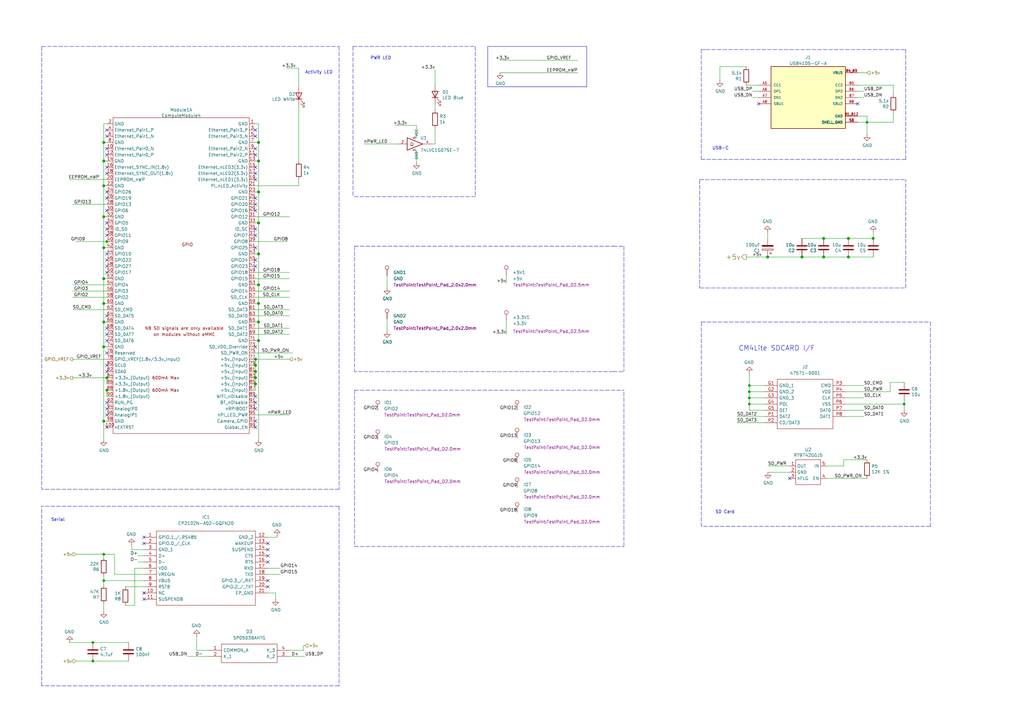
<source format=kicad_sch>
(kicad_sch (version 20211123) (generator eeschema)
  (paper "A3")
  (title_block (title "MinCab v3") (date "2021-11-07") (company "Uptime Lab") (comment 2 "Ivan Kuleshov"))
  (junction (at 104.775 152.4) (diameter 1.016))
  (junction (at 42.545 238.125))
  (junction (at 106.045 124.46) (diameter 1.016))
  (junction (at 42.545 88.9) (diameter 1.016))
  (junction (at 337.82 97.79) (diameter 1.016))
  (junction (at 355.6 50.165) (diameter 0.9144))
  (junction (at 42.545 58.42) (diameter 1.016))
  (junction (at 106.045 78.74) (diameter 1.016))
  (junction (at 42.545 124.46) (diameter 1.016))
  (junction (at 42.545 114.3) (diameter 1.016))
  (junction (at 106.045 66.04) (diameter 1.016))
  (junction (at 43.815 99.06))
  (junction (at 42.545 101.6) (diameter 1.016))
  (junction (at 43.815 154.94) (diameter 1.016))
  (junction (at 104.775 157.48) (diameter 1.016))
  (junction (at 370.84 165.735))
  (junction (at 328.93 105.41) (diameter 1.016))
  (junction (at 337.82 105.41) (diameter 1.016))
  (junction (at 43.815 160.02) (diameter 1.016))
  (junction (at 104.775 149.86) (diameter 1.016))
  (junction (at 42.545 142.24) (diameter 1.016))
  (junction (at 106.045 132.08) (diameter 1.016))
  (junction (at 307.34 158.115) (diameter 0.9144))
  (junction (at 38.1 271.145))
  (junction (at 358.14 97.79) (diameter 1.016))
  (junction (at 347.98 105.41) (diameter 1.016))
  (junction (at 42.545 172.72) (diameter 1.016))
  (junction (at 106.045 104.14) (diameter 1.016))
  (junction (at 307.34 165.735))
  (junction (at 104.775 147.32) (diameter 1.016))
  (junction (at 314.833 105.41) (diameter 1.016))
  (junction (at 106.045 91.44) (diameter 1.016))
  (junction (at 106.045 58.42) (diameter 1.016))
  (junction (at 104.775 154.94) (diameter 1.016))
  (junction (at 42.545 66.04) (diameter 1.016))
  (junction (at 347.98 97.79) (diameter 1.016))
  (junction (at 307.34 163.195))
  (junction (at 307.34 160.655) (diameter 0.9144))
  (junction (at 106.045 116.84) (diameter 1.016))
  (junction (at 106.045 139.7) (diameter 1.016))
  (junction (at 42.545 76.2) (diameter 1.016))
  (junction (at 42.545 227.33))
  (junction (at 42.545 132.08) (diameter 1.016))
  (junction (at 38.1 263.525))
  (no_connect (at 109.855 230.505))
  (no_connect (at 104.775 73.66))
  (no_connect (at 109.855 240.665))
  (no_connect (at 43.815 129.54))
  (no_connect (at 351.79 42.545))
  (no_connect (at 311.15 42.545))
  (no_connect (at 43.815 139.7))
  (no_connect (at 43.815 137.16))
  (no_connect (at 43.815 78.74))
  (no_connect (at 43.815 81.28))
  (no_connect (at 43.815 86.36))
  (no_connect (at 43.815 91.44))
  (no_connect (at 43.815 93.98))
  (no_connect (at 43.815 96.52))
  (no_connect (at 43.815 104.14))
  (no_connect (at 43.815 106.68))
  (no_connect (at 43.815 109.22))
  (no_connect (at 43.815 111.76))
  (no_connect (at 43.815 144.78))
  (no_connect (at 43.815 149.86))
  (no_connect (at 43.815 152.4))
  (no_connect (at 43.815 165.1))
  (no_connect (at 43.815 167.64))
  (no_connect (at 43.815 170.18))
  (no_connect (at 43.815 175.26))
  (no_connect (at 104.775 175.26))
  (no_connect (at 109.855 222.885))
  (no_connect (at 59.055 222.885))
  (no_connect (at 59.055 243.205))
  (no_connect (at 104.775 142.24))
  (no_connect (at 43.815 53.34))
  (no_connect (at 43.815 55.88))
  (no_connect (at 43.815 60.96))
  (no_connect (at 43.815 63.5))
  (no_connect (at 104.775 53.34))
  (no_connect (at 104.775 55.88))
  (no_connect (at 104.775 60.96))
  (no_connect (at 104.775 63.5))
  (no_connect (at 43.815 134.62))
  (no_connect (at 104.775 81.28))
  (no_connect (at 104.775 83.82))
  (no_connect (at 104.775 86.36))
  (no_connect (at 104.775 93.98))
  (no_connect (at 104.775 96.52))
  (no_connect (at 104.775 101.6))
  (no_connect (at 104.775 106.68))
  (no_connect (at 104.775 109.22))
  (no_connect (at 59.055 245.745))
  (no_connect (at 109.855 225.425))
  (no_connect (at 104.775 172.72))
  (no_connect (at 109.855 227.965))
  (no_connect (at 104.775 68.58))
  (no_connect (at 104.775 71.12))
  (no_connect (at 43.815 68.58))
  (no_connect (at 43.815 71.12))
  (no_connect (at 109.855 238.125))
  (no_connect (at 104.775 162.56))
  (no_connect (at 104.775 165.1))
  (no_connect (at 104.775 167.64))
  (no_connect (at 59.055 220.345))
  (no_connect (at 323.85 196.215))
  (wire (pts (xy 106.045 132.08) (xy 106.045 139.7)))
  (wire (pts (xy 113.03 243.205) (xy 113.03 245.745)))
  (wire (pts (xy 346.075 191.135) (xy 339.09 191.135)))
  (wire (pts (xy 56.515 227.965) (xy 59.055 227.965)))
  (wire (pts (xy 178.435 59.055) (xy 177.165 59.055)))
  (wire (pts (xy 42.545 124.46) (xy 42.545 132.08)))
  (wire (pts (xy 43.815 99.06) (xy 45.085 99.06)))
  (wire (pts (xy 118.745 269.24) (xy 125.095 269.24)))
  (wire (pts (xy 307.34 160.655) (xy 307.34 158.115)))
  (wire (pts (xy 43.815 162.56) (xy 43.815 160.02)))
  (wire (pts (xy 178.435 52.705) (xy 178.435 59.055)))
  (wire (pts (xy 42.545 88.9) (xy 42.545 101.6)))
  (wire (pts (xy 104.775 147.32) (xy 118.745 147.32)))
  (wire (pts (xy 29.845 119.38) (xy 43.815 119.38)))
  (polyline (pts (xy 145.415 100.965) (xy 145.415 152.4)))
  (polyline (pts (xy 145.415 100.965) (xy 251.46 100.965)))
  (polyline (pts (xy 251.46 152.4) (xy 145.415 152.4)))
  (polyline (pts (xy 255.905 100.965) (xy 255.905 152.4)))
  (wire (pts (xy 106.045 50.8) (xy 106.045 58.42)))
  (wire (pts (xy 106.045 66.04) (xy 106.045 78.74)))
  (wire (pts (xy 106.045 139.7) (xy 106.045 180.34)))
  (wire (pts (xy 328.93 97.79) (xy 337.82 97.79)))
  (polyline (pts (xy 201.295 19.05) (xy 240.665 19.05)) (stroke (width 0) (type solid)))
  (wire (pts (xy 29.845 147.32) (xy 43.815 147.32)))
  (wire (pts (xy 43.815 172.72) (xy 42.545 172.72)))
  (polyline (pts (xy 200.025 35.56) (xy 200.025 19.05)) (stroke (width 0) (type solid)))
  (wire (pts (xy 46.99 235.585) (xy 59.055 235.585)))
  (wire (pts (xy 346.71 170.815) (xy 354.33 170.815)))
  (wire (pts (xy 158.75 113.03) (xy 158.75 118.11)))
  (wire (pts (xy 104.775 66.04) (xy 106.045 66.04)))
  (wire (pts (xy 158.75 130.81) (xy 158.75 135.89)))
  (wire (pts (xy 339.09 196.215) (xy 355.6 196.215)))
  (wire (pts (xy 46.99 227.33) (xy 42.545 227.33)))
  (wire (pts (xy 104.775 58.42) (xy 106.045 58.42)))
  (polyline (pts (xy 381.635 215.9) (xy 287.655 215.9)))
  (wire (pts (xy 308.61 40.005) (xy 311.15 40.005)))
  (wire (pts (xy 351.79 47.625) (xy 355.6 47.625)))
  (wire (pts (xy 355.6 47.625) (xy 355.6 50.165)))
  (wire (pts (xy 355.6 50.165) (xy 355.6 55.245)))
  (wire (pts (xy 56.515 230.505) (xy 59.055 230.505)))
  (polyline (pts (xy 251.46 100.965) (xy 255.905 100.965)))
  (wire (pts (xy 149.225 59.055) (xy 163.195 59.055)))
  (wire (pts (xy 104.775 50.8) (xy 106.045 50.8)))
  (wire (pts (xy 104.775 129.54) (xy 118.745 129.54)))
  (wire (pts (xy 59.055 225.425) (xy 53.975 225.425)))
  (wire (pts (xy 104.775 170.18) (xy 118.745 170.18)))
  (wire (pts (xy 347.98 97.79) (xy 358.14 97.79)))
  (wire (pts (xy 351.79 40.005) (xy 354.33 40.005)))
  (wire (pts (xy 109.855 220.345) (xy 113.665 220.345)))
  (wire (pts (xy 295.275 27.305) (xy 306.07 27.305)))
  (polyline (pts (xy 201.295 19.05) (xy 200.025 19.05)) (stroke (width 0) (type solid)))
  (polyline (pts (xy 145.415 160.02) (xy 145.415 224.155)))
  (polyline (pts (xy 145.415 160.02) (xy 255.905 160.02)))
  (polyline (pts (xy 145.415 224.155) (xy 255.905 224.155)))
  (polyline (pts (xy 255.905 224.155) (xy 255.905 160.02)))
  (polyline (pts (xy 139.065 207.645) (xy 139.065 281.305)))
  (polyline (pts (xy 381.635 132.08) (xy 381.635 215.9)))
  (wire (pts (xy 43.815 50.8) (xy 42.545 50.8)))
  (wire (pts (xy 106.045 124.46) (xy 106.045 132.08)))
  (wire (pts (xy 366.395 46.355) (xy 366.395 50.165)))
  (wire (pts (xy 337.82 105.41) (xy 328.93 105.41)))
  (wire (pts (xy 104.775 147.32) (xy 104.775 149.86)))
  (wire (pts (xy 31.115 99.06) (xy 43.815 99.06)))
  (wire (pts (xy 104.775 154.94) (xy 104.775 157.48)))
  (wire (pts (xy 42.545 101.6) (xy 43.815 101.6)))
  (wire (pts (xy 42.545 238.125) (xy 59.055 238.125)))
  (wire (pts (xy 370.84 164.465) (xy 370.84 165.735)))
  (wire (pts (xy 370.84 165.735) (xy 370.84 168.275)))
  (wire (pts (xy 104.775 91.44) (xy 106.045 91.44)))
  (wire (pts (xy 337.82 97.79) (xy 347.98 97.79)))
  (wire (pts (xy 306.07 34.925) (xy 311.15 34.925)))
  (wire (pts (xy 307.34 168.275) (xy 307.34 165.735)))
  (wire (pts (xy 313.69 168.275) (xy 307.34 168.275)))
  (wire (pts (xy 346.71 158.115) (xy 354.33 158.115)))
  (wire (pts (xy 42.545 76.2) (xy 42.545 88.9)))
  (wire (pts (xy 104.775 137.16) (xy 118.745 137.16)))
  (wire (pts (xy 170.815 61.595) (xy 170.815 66.675)))
  (wire (pts (xy 42.545 142.24) (xy 43.815 142.24)))
  (wire (pts (xy 104.775 149.86) (xy 104.775 152.4)))
  (wire (pts (xy 307.34 158.115) (xy 307.34 153.035)))
  (wire (pts (xy 42.545 236.22) (xy 42.545 238.125)))
  (wire (pts (xy 53.975 225.425) (xy 53.975 223.52)))
  (wire (pts (xy 106.045 104.14) (xy 106.045 116.84)))
  (wire (pts (xy 351.79 29.845) (xy 355.6 29.845)))
  (wire (pts (xy 46.99 235.585) (xy 46.99 227.33)))
  (wire (pts (xy 104.775 116.84) (xy 106.045 116.84)))
  (wire (pts (xy 42.545 101.6) (xy 42.545 114.3)))
  (wire (pts (xy 170.815 51.435) (xy 161.925 51.435)))
  (wire (pts (xy 328.93 105.41) (xy 314.833 105.41)))
  (wire (pts (xy 365.125 156.845) (xy 365.125 160.655)))
  (wire (pts (xy 370.84 156.845) (xy 365.125 156.845)))
  (wire (pts (xy 346.075 188.595) (xy 346.075 191.135)))
  (wire (pts (xy 178.435 28.575) (xy 178.435 34.925)))
  (wire (pts (xy 42.545 114.3) (xy 42.545 124.46)))
  (wire (pts (xy 205.105 29.845) (xy 236.855 29.845)))
  (wire (pts (xy 106.045 91.44) (xy 106.045 104.14)))
  (wire (pts (xy 122.555 76.2) (xy 122.555 73.66)))
  (wire (pts (xy 122.555 43.18) (xy 122.555 66.04)))
  (wire (pts (xy 38.1 271.145) (xy 52.705 271.145)))
  (wire (pts (xy 314.833 97.79) (xy 314.833 95.25)))
  (wire (pts (xy 104.775 99.06) (xy 118.11 99.06)))
  (wire (pts (xy 106.045 78.74) (xy 106.045 91.44)))
  (wire (pts (xy 43.815 66.04) (xy 42.545 66.04)))
  (wire (pts (xy 104.775 88.9) (xy 118.745 88.9)))
  (wire (pts (xy 207.645 113.03) (xy 207.645 116.205)))
  (wire (pts (xy 29.845 83.82) (xy 43.815 83.82)))
  (wire (pts (xy 295.275 27.305) (xy 295.275 33.02)))
  (wire (pts (xy 42.545 172.72) (xy 42.545 180.34)))
  (polyline (pts (xy 287.655 132.08) (xy 381.635 132.08)))
  (wire (pts (xy 80.645 266.7) (xy 85.725 266.7)))
  (wire (pts (xy 109.855 243.205) (xy 113.03 243.205)))
  (wire (pts (xy 28.575 263.525) (xy 38.1 263.525)))
  (wire (pts (xy 42.545 114.3) (xy 43.815 114.3)))
  (wire (pts (xy 118.745 134.62) (xy 104.775 134.62)))
  (wire (pts (xy 104.775 114.3) (xy 118.745 114.3)))
  (wire (pts (xy 104.775 144.78) (xy 120.015 144.78)))
  (wire (pts (xy 117.475 27.94) (xy 122.555 27.94)))
  (wire (pts (xy 42.545 227.33) (xy 42.545 228.6)))
  (wire (pts (xy 43.815 58.42) (xy 42.545 58.42)))
  (wire (pts (xy 59.055 233.045) (xy 55.245 233.045)))
  (wire (pts (xy 346.71 165.735) (xy 370.84 165.735)))
  (wire (pts (xy 38.1 263.525) (xy 52.705 263.525)))
  (polyline (pts (xy 287.655 132.08) (xy 287.655 215.9)))
  (wire (pts (xy 346.71 163.195) (xy 354.33 163.195)))
  (wire (pts (xy 302.26 173.355) (xy 313.69 173.355)))
  (wire (pts (xy 42.545 124.46) (xy 43.815 124.46)))
  (wire (pts (xy 308.61 37.465) (xy 311.15 37.465)))
  (wire (pts (xy 42.545 132.08) (xy 42.545 142.24)))
  (wire (pts (xy 29.845 154.94) (xy 43.815 154.94)))
  (polyline (pts (xy 200.025 35.56) (xy 201.295 35.56)) (stroke (width 0) (type solid)))
  (wire (pts (xy 42.545 132.08) (xy 43.815 132.08)))
  (polyline (pts (xy 17.145 281.305) (xy 17.145 207.645)))
  (wire (pts (xy 31.115 271.145) (xy 38.1 271.145)))
  (wire (pts (xy 323.85 193.675) (xy 314.96 193.675)))
  (wire (pts (xy 42.545 142.24) (xy 42.545 172.72)))
  (polyline (pts (xy 139.065 207.645) (xy 17.145 207.645)))
  (wire (pts (xy 170.815 56.515) (xy 170.815 51.435)))
  (wire (pts (xy 29.845 121.92) (xy 43.815 121.92)))
  (wire (pts (xy 178.435 42.545) (xy 178.435 45.085)))
  (wire (pts (xy 346.71 160.655) (xy 365.125 160.655)))
  (wire (pts (xy 302.26 170.815) (xy 313.69 170.815)))
  (wire (pts (xy 106.045 58.42) (xy 106.045 66.04)))
  (wire (pts (xy 51.435 248.285) (xy 55.245 248.285)))
  (polyline (pts (xy 287.655 20.32) (xy 289.56 20.32)))
  (polyline (pts (xy 287.655 65.405) (xy 287.655 20.32)))
  (polyline (pts (xy 289.56 20.32) (xy 371.475 20.32)))
  (polyline (pts (xy 371.475 20.32) (xy 371.475 65.405)))
  (polyline (pts (xy 371.475 65.405) (xy 287.655 65.405)))
  (wire (pts (xy 366.395 50.165) (xy 355.6 50.165)))
  (wire (pts (xy 43.815 160.02) (xy 44.069 160.02)))
  (wire (pts (xy 313.69 165.735) (xy 307.34 165.735)))
  (wire (pts (xy 42.545 88.9) (xy 43.815 88.9)))
  (wire (pts (xy 346.075 188.595) (xy 355.6 188.595)))
  (wire (pts (xy 104.775 124.46) (xy 106.045 124.46)))
  (wire (pts (xy 31.115 227.33) (xy 42.545 227.33)))
  (wire (pts (xy 42.545 66.04) (xy 42.545 76.2)))
  (wire (pts (xy 358.14 97.79) (xy 358.14 95.25)))
  (wire (pts (xy 118.745 121.92) (xy 104.775 121.92)))
  (wire (pts (xy 118.745 266.7) (xy 124.46 266.7)))
  (wire (pts (xy 29.845 116.84) (xy 43.815 116.84)))
  (wire (pts (xy 42.545 58.42) (xy 42.545 66.04)))
  (wire (pts (xy 307.34 158.115) (xy 313.69 158.115)))
  (wire (pts (xy 124.46 264.795) (xy 125.095 264.795)))
  (wire (pts (xy 109.855 235.585) (xy 114.935 235.585)))
  (wire (pts (xy 42.545 238.125) (xy 42.545 240.03)))
  (wire (pts (xy 29.845 127) (xy 43.815 127)))
  (polyline (pts (xy 240.665 19.05) (xy 240.665 35.56)) (stroke (width 0) (type solid)))
  (wire (pts (xy 113.665 220.345) (xy 113.665 219.71)))
  (wire (pts (xy 205.105 24.765) (xy 236.855 24.765)))
  (wire (pts (xy 207.645 131.445) (xy 207.645 137.16)))
  (wire (pts (xy 104.775 152.4) (xy 104.775 154.94)))
  (wire (pts (xy 118.745 127) (xy 104.775 127)))
  (polyline (pts (xy 240.665 35.56) (xy 201.295 35.56)) (stroke (width 0) (type solid)))
  (wire (pts (xy 80.645 260.985) (xy 80.645 266.7)))
  (polyline (pts (xy 144.78 19.05) (xy 144.78 80.645)))
  (polyline (pts (xy 144.78 19.05) (xy 194.945 19.05)))
  (polyline (pts (xy 194.945 19.05) (xy 194.945 80.645)))
  (polyline (pts (xy 194.945 80.645) (xy 144.78 80.645)))
  (wire (pts (xy 313.69 160.655) (xy 307.34 160.655)))
  (wire (pts (xy 313.69 163.195) (xy 307.34 163.195)))
  (wire (pts (xy 104.775 104.14) (xy 106.045 104.14)))
  (polyline (pts (xy 251.46 152.4) (xy 255.905 152.4)))
  (wire (pts (xy 347.98 105.41) (xy 337.82 105.41)))
  (wire (pts (xy 307.34 160.655) (xy 307.34 163.195)))
  (wire (pts (xy 307.34 163.195) (xy 307.34 165.735)))
  (wire (pts (xy 351.79 50.165) (xy 355.6 50.165)))
  (wire (pts (xy 104.775 78.74) (xy 106.045 78.74)))
  (wire (pts (xy 323.85 191.135) (xy 314.96 191.135)))
  (wire (pts (xy 42.545 247.65) (xy 42.545 250.825)))
  (wire (pts (xy 104.775 111.76) (xy 118.745 111.76)))
  (wire (pts (xy 76.835 269.24) (xy 85.725 269.24)))
  (polyline (pts (xy 287.02 73.66) (xy 287.02 118.11)))
  (polyline (pts (xy 287.02 73.66) (xy 371.475 73.66)))
  (polyline (pts (xy 287.02 118.11) (xy 371.475 118.11)))
  (polyline (pts (xy 371.475 118.11) (xy 371.475 73.66)))
  (wire (pts (xy 42.545 76.2) (xy 43.815 76.2)))
  (wire (pts (xy 366.395 34.925) (xy 366.395 38.735)))
  (wire (pts (xy 55.245 233.045) (xy 55.245 248.285)))
  (wire (pts (xy 42.545 50.8) (xy 42.545 58.42)))
  (wire (pts (xy 351.79 34.925) (xy 366.395 34.925)))
  (wire (pts (xy 314.833 105.41) (xy 306.07 105.41)))
  (polyline (pts (xy 139.065 281.305) (xy 17.145 281.305)))
  (wire (pts (xy 122.555 27.94) (xy 122.555 35.56)))
  (polyline (pts (xy 17.145 19.05) (xy 17.145 200.66)))
  (polyline (pts (xy 17.145 19.05) (xy 139.065 19.05)))
  (polyline (pts (xy 139.065 19.05) (xy 139.065 200.66)))
  (polyline (pts (xy 139.065 200.66) (xy 17.145 200.66)))
  (wire (pts (xy 104.775 139.7) (xy 106.045 139.7)))
  (wire (pts (xy 28.575 73.66) (xy 43.815 73.66)))
  (wire (pts (xy 104.775 157.48) (xy 104.775 160.02)))
  (wire (pts (xy 124.46 266.7) (xy 124.46 264.795)))
  (wire (pts (xy 106.045 116.84) (xy 106.045 124.46)))
  (wire (pts (xy 104.775 132.08) (xy 106.045 132.08)))
  (wire (pts (xy 109.855 233.045) (xy 114.935 233.045)))
  (wire (pts (xy 104.775 76.2) (xy 122.555 76.2)))
  (wire (pts (xy 43.815 157.48) (xy 43.815 154.94)))
  (wire (pts (xy 351.79 37.465) (xy 354.33 37.465)))
  (wire (pts (xy 51.435 240.665) (xy 59.055 240.665)))
  (wire (pts (xy 358.14 105.41) (xy 347.98 105.41)))
  (wire (pts (xy 346.71 168.275) (xy 354.33 168.275)))
  (wire (pts (xy 104.775 119.38) (xy 118.745 119.38)))
  (text "SD Card" (at 293.37 210.82 0) (effects (font (size 1.27 1.27)) (justify left bottom)))
  (text "CM4Lite SDCARD I/F" (at 302.895 144.145 0) (effects (font (size 2.007 2.007)) (justify left bottom)))
  (text "Serial" (at 20.955 213.995 0) (effects (font (size 1.27 1.27)) (justify left bottom)))
  (text "Activity LED" (at 125.095 30.48 0) (effects (font (size 1.27 1.27)) (justify left bottom)))
  (text "USB-C" (at 292.1 61.595 0) (effects (font (size 1.27 1.27)) (justify left bottom)))
  (text "PWR LED" (at 151.892 24.638 0) (effects (font (size 1.27 1.27)) (justify left bottom)))
  (label "GPIO4" (at 36.195 116.84 180))
  (label "SD_CLK" (at 354.33 163.195 0))
  (label "+3.3v" (at 208.915 24.765 180))
  (label "+5v" (at 116.205 147.32 180))
  (label "USB_DN" (at 308.61 40.005 180))
  (label "GPIO2" (at 36.195 121.92 180))
  (label "GPIO_VREF" (at 31.369 147.32 0))
  (label "GPIO9" (at 34.925 99.06 180))
  (label "+3.3v" (at 167.005 51.435 180))
  (label "SD_PWR" (at 354.33 160.655 0))
  (label "SD_DAT3" (at 302.26 173.355 0))
  (label "GPIO12" (at 212.09 168.275 180))
  (label "SD_DAT2" (at 302.26 170.815 0))
  (label "SD_DAT2" (at 116.205 137.16 180))
  (label "+3.3v" (at 355.6 188.595 180))
  (label "SD_DAT0" (at 354.33 168.275 0))
  (label "GPIO_VREF" (at 224.155 24.765 0))
  (label "D+" (at 122.555 269.24 180))
  (label "D-" (at 83.185 269.24 180))
  (label "GPIO12" (at 114.935 88.9 180))
  (label "D+" (at 56.515 227.965 180))
  (label "SD_CLK" (at 114.935 121.92 180))
  (label "SD_CMD" (at 354.33 158.115 0))
  (label "GPIO8" (at 212.09 189.865 180))
  (label "SD_DAT0" (at 116.205 129.54 180))
  (label "USB_DP" (at 308.61 37.465 180))
  (label "nPWR_LED" (at 109.855 170.18 0))
  (label "SD_PWR_ON" (at 342.265 196.215 0))
  (label "USB_DN" (at 354.33 40.005 0))
  (label "SD_DAT3" (at 116.205 127 180))
  (label "GPIO15" (at 114.935 114.3 180))
  (label "GPIO3" (at 154.94 180.34 180))
  (label "GPIO18" (at 212.09 210.185 180))
  (label "D-" (at 56.515 230.505 180))
  (label "USB_DP" (at 125.095 269.24 0))
  (label "+3.3v" (at 37.719 154.94 180))
  (label "GPIO4" (at 154.94 193.675 180))
  (label "USB_DP" (at 354.33 37.465 0))
  (label "GPIO14" (at 114.935 119.38 180))
  (label "SD_DAT1" (at 116.205 134.62 180))
  (label "+5v" (at 312.42 105.41 180))
  (label "SD_DAT1" (at 354.33 170.815 0))
  (label "GPIO15" (at 114.935 235.585 0))
  (label "USB_DN" (at 76.835 269.24 180))
  (label "+3.3v" (at 178.435 28.575 180))
  (label "SD_PWR_ON" (at 107.315 144.78 0))
  (label "GPIO13" (at 212.09 179.705 180))
  (label "+3.3v" (at 121.285 27.94 180))
  (label "GPIO9" (at 212.09 200.025 180))
  (label "+5v" (at 207.645 116.205 180))
  (label "GPIO8" (at 118.11 99.06 180))
  (label "EEPROM_nWP" (at 40.767 73.66 180))
  (label "GPIO14" (at 114.935 233.045 0))
  (label "GPIO18" (at 114.935 111.76 180))
  (label "+3.3v" (at 207.645 137.16 180))
  (label "GPIO2" (at 154.94 168.275 180))
  (label "GPIO13" (at 37.465 83.82 180))
  (label "GPIO3" (at 36.195 119.38 180))
  (label "EEPROM_nWP" (at 236.855 29.845 180))
  (label "nPWR_LED" (at 149.225 59.055 0))
  (label "SD_PWR" (at 314.96 191.135 0))
  (label "SD_CMD" (at 37.465 127 180))
  (hierarchical_label "+5v" (shape output) (at 306.07 105.41 180) (effects (font (size 2.0066 2.0066))))
  (hierarchical_label "+5v" (shape input) (at 31.115 271.145 180))
  (hierarchical_label "+5v" (shape input) (at 118.745 147.32 0))
  (hierarchical_label "+5v" (shape input) (at 125.095 264.795 0))
  (hierarchical_label "GPIO_VREF" (shape output) (at 29.845 147.32 180))
  (hierarchical_label "+5v" (shape input) (at 31.115 227.33 180))
  (hierarchical_label "+5v" (shape input) (at 355.6 29.845 0))
  (hierarchical_label "+3.3v" (shape output) (at 29.845 154.94 180))
  (symbol (lib_id "power:GND") (at 158.75 135.89 0) (unit 1)
    (property "Reference" "#PWR08" (effects hide))
    (property "Value" "GND" (at 158.877 140.2842 0))
  )
  (symbol (lib_id "SamacSys_Parts:CP2102N-A02-GQFN20") (at 59.055 220.345 0) (unit 1)
    (property "Reference" "IC1" (at 84.455 212.09 0))
    (property "Value" "CP2102N-A02-GQFN20" (at 84.455 214.63 0))
    (property "Footprint" "CP2102NA02GQFN20" (effects hide))
    (property "Datasheet" "https://www.silabs.com/documents/public/data-sheets/cp2102n-datasheet.pdf" (effects hide))
    (property "Description" "USB Interface IC USB to UART bridge - QFN20" (effects hide))
    (property "Height" "0.8" (effects hide))
    (property "Mouser Part Number" "634-CP2102NA02GQFN20" (effects hide))
    (property "Mouser Price/Stock" "https://www.mouser.co.uk/ProductDetail/Silicon-Labs/CP2102N-A02-GQFN20?qs=u16ybLDytRaG8WdlP0fT2g%3D%3D" (effects hide))
    (property "Manufacturer_Name" "Silicon Labs" (effects hide))
    (property "Manufacturer_Part_Number" "CP2102N-A02-GQFN20" (effects hide))
  )
  (symbol (lib_id "USB4105-GF-A:USB4105-GF-A") (at 331.47 40.005 0) (unit 1)
    (property "Reference" "J1" (at 331.47 23.495 0))
    (property "Value" "USB4105-GF-A" (at 331.47 26.035 0))
    (property "Footprint" "GCT_USB4105-GF-A" (effects hide))
    (property "STANDARD" "Manufacturer Recommendations" (effects hide))
    (property "MAXIMUM_PACKAGE_HEIGHT" "3.31 mm" (effects hide))
    (property "PARTREV" "A3" (effects hide))
    (property "MANUFACTURER" "GCT" (effects hide))
  )
  (symbol (lib_id "Device:C") (at 370.84 160.655 0) (unit 1)
    (property "Reference" "C6" (at 373.761 159.4866 0) (effects (justify left)))
    (property "Value" "10u" (at 373.761 161.798 0) (effects (justify left)))
    (property "Footprint" "Capacitor_SMD:C_0603_1608Metric_Pad1.08x0.95mm_HandSolder" (effects hide))
    (property "Datasheet" "https://search.murata.co.jp/Ceramy/image/img/A01X/G101/ENG/GRM21BR71A106KA73-01.pdf" (effects hide))
    (property "Field5" "490-14381-1-ND" (effects hide))
    (property "Field4" "Digikey" (effects hide))
    (property "Field6" "GRM21BR71A106KA73L" (effects hide))
    (property "Field7" "Murata" (effects hide))
    (property "Part Description" "	10uF 10% 10V Ceramic Capacitor X7R 0805 (2012 Metric)" (effects hide))
    (property "Field8" "111893011" (effects hide))
  )
  (symbol (lib_id "Connector:TestPoint") (at 212.09 168.275 0) (unit 1)
    (property "Reference" "IO2" (at 214.63 167.005 0) (effects (justify left)))
    (property "Value" "GPIO12" (at 214.63 169.545 0) (effects (justify left)))
    (property "Footprint" "TestPoint:TestPoint_Pad_D2.0mm" (at 230.505 172.085 0))
  )
  (symbol (lib_id "Device:C") (at 347.98 101.6 180) (unit 1)
    (property "Reference" "C4" (at 345.059 102.7684 0) (effects (justify left)))
    (property "Value" "10u" (at 345.059 100.457 0) (effects (justify left)))
    (property "Footprint" "Capacitor_SMD:C_0805_2012Metric" (effects hide))
    (property "Datasheet" "https://search.murata.co.jp/Ceramy/image/img/A01X/G101/ENG/GRM21BR71A106KA73-01.pdf" (effects hide))
    (property "Field5" "490-14381-1-ND" (effects hide))
    (property "Field4" "Digikey" (effects hide))
    (property "Field6" "GRM21BR71A106KA73L" (effects hide))
    (property "Field7" "Murata" (effects hide))
    (property "Part Description" "	10uF 10% 10V Ceramic Capacitor X7R 0805 (2012 Metric)" (effects hide))
    (property "Field8" "111893011" (effects hide))
  )
  (symbol (lib_id "power:GND") (at 113.03 245.745 0) (unit 1)
    (property "Reference" "#PWR016" (effects hide))
    (property "Value" "GND" (at 113.157 250.1392 0))
  )
  (symbol (lib_id "SamacSys_Parts:SP0503BAHTG") (at 85.725 266.7 0) (unit 1)
    (property "Reference" "D3" (at 102.235 259.08 0))
    (property "Value" "SP0503BAHTG" (at 102.235 261.62 0))
    (property "Footprint" "SP0503BAHTG" (effects hide))
    (property "Description" "ESD Suppressors / TVS Diodes TVS AVAL DIODE SMT" (effects hide))
    (property "Height" "1.22" (effects hide))
    (property "Mouser Part Number" "576-SP0503BAHTG" (effects hide))
    (property "Mouser Price/Stock" "https://www.mouser.co.uk/ProductDetail/Littelfuse/SP0503BAHTG?qs=uD%2FdkN7XIa0NTYXwHdELYA%3D%3D" (effects hide))
    (property "Manufacturer_Name" "LITTELFUSE" (effects hide))
    (property "Manufacturer_Part_Number" "SP0503BAHTG" (effects hide))
  )
  (symbol (lib_id "Device:CP") (at 314.833 101.6 180) (unit 1)
    (property "Reference" "C1" (at 311.8358 102.743 0) (effects (justify left)))
    (property "Value" "100uF" (at 311.8358 100.457 0) (effects (justify left)))
    (property "Footprint" "Capacitor_Tantalum_SMD:CP_EIA-7343-31_Kemet-D" (effects hide))
    (property "Field4" "Mouser" (effects hide))
    (property "Field5" "667-EEF-CX0J101R" (effects hide))
    (property "Part Description" "Capacitor, SP-Cap, 100u, 6.3V, 15mR ESR" (effects hide))
  )
  (symbol (lib_id "Connector:TestPoint") (at 212.09 210.185 0) (unit 1)
    (property "Reference" "IO8" (at 214.63 208.915 0) (effects (justify left)))
    (property "Value" "GPIO9" (at 214.63 211.455 0) (effects (justify left)))
    (property "Footprint" "TestPoint:TestPoint_Pad_D2.0mm" (at 230.505 213.995 0))
  )
  (symbol (lib_id "Connector:TestPoint") (at 212.09 179.705 0) (unit 1)
    (property "Reference" "IO3" (at 214.63 178.435 0) (effects (justify left)))
    (property "Value" "GPIO13" (at 214.63 180.975 0) (effects (justify left)))
    (property "Footprint" "TestPoint:TestPoint_Pad_D2.0mm" (at 230.505 183.515 0))
  )
  (symbol (lib_id "Device:LED") (at 178.435 38.735 90) (unit 1)
    (property "Reference" "D1" (at 181.4068 37.7444 90) (effects (justify right)))
    (property "Value" "LED Blue" (at 181.4068 40.0558 90) (effects (justify right)))
    (property "Footprint" "LED_SMD:LED_0603_1608Metric" (effects hide))
    (property "Datasheet" "http://optoelectronics.liteon.com/upload/download/DS22-2000-226/LTST-S270KGKT.pdf" (effects hide))
    (property "Field4" "Digikey " (effects hide))
    (property "Field5" "LTST-S270KGKT" (effects hide))
    (property "Field6" "SML-A12M8TT86N" (effects hide))
    (property "Field7" "Rohm" (effects hide))
    (property "Field8" "650263301" (effects hide))
    (property "Part Description" "	Green 572nm LED Indication - Discrete 2.2V 2-SMD, No Lead" (effects hide))
  )
  (symbol (lib_id "power:GND") (at 113.665 219.71 180) (unit 1)
    (property "Reference" "#PWR014" (effects hide))
    (property "Value" "GND" (at 113.538 215.3158 0))
  )
  (symbol (lib_id "power:GND") (at 205.105 29.845 0) (unit 1)
    (property "Reference" "#PWR01" (effects hide))
    (property "Value" "GND" (at 205.232 34.2392 0))
  )
  (symbol (lib_id "Device:C") (at 52.705 267.335 0) (unit 1)
    (property "Reference" "C8" (at 55.626 266.1666 0) (effects (justify left)))
    (property "Value" "100nF" (at 55.626 268.478 0) (effects (justify left)))
    (property "Footprint" "Capacitor_SMD:C_0603_1608Metric_Pad1.08x0.95mm_HandSolder" (effects hide))
    (property "Datasheet" "https://search.murata.co.jp/Ceramy/image/img/A01X/G101/ENG/GRM21BR71A106KA73-01.pdf" (effects hide))
    (property "Field5" "490-14381-1-ND" (effects hide))
    (property "Field4" "Digikey" (effects hide))
    (property "Field6" "GRM21BR71A106KA73L" (effects hide))
    (property "Field7" "Murata" (effects hide))
    (property "Part Description" "	10uF 10% 10V Ceramic Capacitor X7R 0805 (2012 Metric)" (effects hide))
    (property "Field8" "111893011" (effects hide))
  )
  (symbol (lib_id "power:GND") (at 314.96 193.675 0) (unit 1)
    (property "Reference" "#PWR013" (effects hide))
    (property "Value" "GND" (at 315.087 198.0692 0))
  )
  (symbol (lib_id "Connector:TestPoint") (at 207.645 113.03 0) (unit 1)
    (property "Reference" "+5V1" (at 210.185 111.76 0) (effects (justify left)))
    (property "Value" "+5V" (at 210.185 114.3 0) (effects (justify left)))
    (property "Footprint" "TestPoint:TestPoint_Pad_D2.5mm" (at 226.06 116.84 0))
  )
  (symbol (lib_id "power:GND") (at 355.6 55.245 0) (unit 1)
    (property "Reference" "#PWR03" (effects hide))
    (property "Value" "GND" (at 355.727 59.6392 0))
  )
  (symbol (lib_id "power:GND") (at 158.75 118.11 0) (unit 1)
    (property "Reference" "#PWR07" (effects hide))
    (property "Value" "GND" (at 158.877 122.5042 0))
  )
  (symbol (lib_id "power:GND") (at 42.545 180.34 0) (unit 1)
    (property "Reference" "#PWR011" (effects hide))
    (property "Value" "GND" (at 42.672 184.7342 0))
  )
  (symbol (lib_id "Connector:TestPoint") (at 207.645 131.445 0) (unit 1)
    (property "Reference" "+3.3V1" (at 210.185 130.175 0) (effects (justify left)))
    (property "Value" "+3.3V" (at 210.185 132.715 0) (effects (justify left)))
    (property "Footprint" "TestPoint:TestPoint_Pad_D2.5mm" (at 226.06 135.89 0))
  )
  (symbol (lib_id "Device:C") (at 358.14 101.6 180) (unit 1)
    (property "Reference" "C5" (at 355.219 102.7684 0) (effects (justify left)))
    (property "Value" "10u" (at 355.219 100.457 0) (effects (justify left)))
    (property "Footprint" "Capacitor_SMD:C_0805_2012Metric" (effects hide))
    (property "Datasheet" "https://search.murata.co.jp/Ceramy/image/img/A01X/G101/ENG/GRM21BR71A106KA73-01.pdf" (effects hide))
    (property "Field5" "490-14381-1-ND" (effects hide))
    (property "Field4" "Digikey" (effects hide))
    (property "Field6" "GRM21BR71A106KA73L" (effects hide))
    (property "Field7" "Murata" (effects hide))
    (property "Part Description" "	10uF 10% 10V Ceramic Capacitor X7R 0805 (2012 Metric)" (effects hide))
    (property "Field8" "111893011" (effects hide))
  )
  (symbol (lib_id "power:GND") (at 80.645 260.985 180) (unit 1)
    (property "Reference" "#PWR018" (effects hide))
    (property "Value" "GND" (at 80.518 256.5908 0))
  )
  (symbol (lib_id "Device:R") (at 178.435 48.895 0) (unit 1)
    (property "Reference" "R3" (at 180.213 47.7266 0) (effects (justify left)))
    (property "Value" "1k" (at 180.213 50.038 0) (effects (justify left)))
    (property "Footprint" "Resistor_SMD:R_0603_1608Metric_Pad0.98x0.95mm_HandSolder" (effects hide))
    (property "Datasheet" "https://fscdn.rohm.com/en/products/databook/datasheet/passive/resistor/chip_resistor/mcr-e.pdf" (effects hide))
    (property "Field4" "Farnell" (effects hide))
    (property "Field5" "9239235" (effects hide))
    (property "Field7" "KOA EUROPE GMBH" (effects hide))
    (property "Field6" "RK73H1ETTP1001F" (effects hide))
    (property "Part Description" "Resistor 1K M1005 1% 63mW" (effects hide))
    (property "Field8" "125049511" (effects hide))
  )
  (symbol (lib_id "Device:R") (at 355.6 192.405 0) (unit 1)
    (property "Reference" "R5" (at 357.378 191.2366 0) (effects (justify left)))
    (property "Value" "12K 1%" (at 357.378 193.548 0) (effects (justify left)))
    (property "Footprint" "Resistor_SMD:R_0603_1608Metric_Pad0.98x0.95mm_HandSolder" (effects hide))
    (property "Datasheet" "https://fscdn.rohm.com/en/products/databook/datasheet/passive/resistor/chip_resistor/mcr-e.pdf" (effects hide))
    (property "Field4" "Farnell" (effects hide))
    (property "Field5" "9239367" (effects hide))
    (property "Field7" "Rohm" (effects hide))
    (property "Field6" "MCR01MZPF1202" (effects hide))
    (property "Part Description" "Resistor 12K M1005 1% 63mW" (effects hide))
  )
  (symbol (lib_id "SamacSys_Parts:47571-0001") (at 313.69 158.115 0) (unit 1)
    (property "Reference" "J2" (at 330.2 150.495 0))
    (property "Value" "47571-0001" (at 330.2 153.035 0))
    (property "Footprint" "475710001" (effects hide))
    (property "Datasheet" "https://componentsearchengine.com/Datasheets/2/47571-0001.pdf" (effects hide))
    (property "Description" "Memory Card Connectors ASSY FOR TFR HEADER HEADER W/DETECT PIN" (effects hide))
    (property "Height" "2.3" (effects hide))
    (property "Mouser Part Number" "538-47571-0001" (effects hide))
    (property "Mouser Price/Stock" "https://www.mouser.co.uk/ProductDetail/Molex/47571-0001?qs=qM7ngqbhX5UTJOg9nqKLJQ%3D%3D" (effects hide))
    (property "Manufacturer_Name" "Molex" (effects hide))
    (property "Manufacturer_Part_Number" "47571-0001" (effects hide))
  )
  (symbol (lib_id "Connector:TestPoint") (at 212.09 200.025 0) (unit 1)
    (property "Reference" "IO7" (at 214.63 198.755 0) (effects (justify left)))
    (property "Value" "GPIO8" (at 214.63 201.295 0) (effects (justify left)))
    (property "Footprint" "TestPoint:TestPoint_Pad_D2.0mm" (at 230.505 203.835 0))
  )
  (symbol (lib_id "power:GND") (at 307.34 153.035 180) (unit 1)
    (property "Reference" "#PWR09" (effects hide))
    (property "Value" "GND" (at 307.213 148.6408 0))
  )
  (symbol (lib_id "power:GND") (at 28.575 263.525 180) (unit 1)
    (property "Reference" "#PWR019" (effects hide))
    (property "Value" "GND" (at 28.448 259.1308 0))
  )
  (symbol (lib_id "Connector:TestPoint") (at 212.09 189.865 0) (unit 1)
    (property "Reference" "IO5" (at 214.63 188.595 0) (effects (justify left)))
    (property "Value" "GPIO14" (at 214.63 191.135 0) (effects (justify left)))
    (property "Footprint" "TestPoint:TestPoint_Pad_D2.0mm" (at 230.505 193.675 0))
  )
  (symbol (lib_id "CM4IO:RT9742GGJ5") (at 332.74 201.295 0) (unit 1)
    (property "Reference" "U2" (at 331.47 184.404 0))
    (property "Value" "RT9742GGJ5" (at 331.47 186.7154 0))
    (property "Footprint" "Package_TO_SOT_SMD:SOT-23-5" (effects hide))
    (property "Datasheet" "https://www.richtek.com/assets/product_file/RT9742/DS9742-00.pdf" (effects hide))
    (property "Field4" "Farnell" (effects hide))
    (property "Field5" "	2545875" (effects hide))
    (property "Field6" "RT9742GGJ5" (effects hide))
    (property "Field7" "RichTek" (effects hide))
    (property "Field8" "USWI00166" (effects hide))
    (property "Part Description" "	Power Switch/Driver 1:1 N-Channel 1A TSOT-23-5" (effects hide))
  )
  (symbol (lib_id "CM4IO:74LVC1G07_copy") (at 170.815 59.055 0) (unit 1)
    (property "Reference" "U1" (at 172.339 56.515 0) (effects (justify left)))
    (property "Value" "74LVC1G07SE-7" (at 172.339 61.595 0) (effects (justify left)))
    (property "Footprint" "Package_TO_SOT_SMD:SOT-353_SC-70-5" (effects hide))
    (property "Datasheet" "https://www.diodes.com/assets/Datasheets/74LVC1G07.pdf" (effects hide))
    (property "Field4" "Farnell" (effects hide))
    (property "Field5" "2425492" (effects hide))
    (property "Field6" "74LVC1G07SE-7" (effects hide))
    (property "Field7" "Diodes" (effects hide))
    (property "Part Description" "Buffer, Non-Inverting 1 Element 1 Bit per Element Open Drain Output SOT-353" (effects hide))
  )
  (symbol (lib_id "Connector:TestPoint") (at 158.75 130.81 0) (unit 1)
    (property "Reference" "GND2" (at 161.29 129.54 0) (effects (justify left)))
    (property "Value" "GND" (at 161.29 132.08 0) (effects (justify left)))
    (property "Footprint" "TestPoint:TestPoint_Pad_2.0x2.0mm" (at 178.435 134.62 0))
  )
  (symbol (lib_id "Device:R") (at 306.07 31.115 180) (unit 1)
    (property "Reference" "R1" (at 304.292 32.2834 0) (effects (justify left)))
    (property "Value" "5.1k" (at 304.292 29.972 0) (effects (justify left)))
    (property "Footprint" "Resistor_SMD:R_0603_1608Metric_Pad0.98x0.95mm_HandSolder" (effects hide))
    (property "Datasheet" "https://fscdn.rohm.com/en/products/databook/datasheet/passive/resistor/chip_resistor/mcr-e.pdf" (effects hide))
    (property "Field4" "Farnell" (effects hide))
    (property "Field5" "9239235" (effects hide))
    (property "Field7" "KOA EUROPE GMBH" (effects hide))
    (property "Field6" "RK73H1ETTP1001F" (effects hide))
    (property "Part Description" "Resistor 1K M1005 1% 63mW" (effects hide))
    (property "Field8" "125049511" (effects hide))
  )
  (symbol (lib_id "Device:R") (at 122.555 69.85 0) (unit 1)
    (property "Reference" "R4" (at 124.333 68.6816 0) (effects (justify left)))
    (property "Value" "1k" (at 124.333 70.993 0) (effects (justify left)))
    (property "Footprint" "Resistor_SMD:R_0603_1608Metric_Pad0.98x0.95mm_HandSolder" (effects hide))
    (property "Datasheet" "https://fscdn.rohm.com/en/products/databook/datasheet/passive/resistor/chip_resistor/mcr-e.pdf" (effects hide))
    (property "Field4" "Farnell" (effects hide))
    (property "Field5" "9239235" (effects hide))
    (property "Field7" "KOA EUROPE GMBH" (effects hide))
    (property "Field6" "RK73H1ETTP1001F" (effects hide))
    (property "Part Description" "Resistor 1K M1005 1% 63mW" (effects hide))
    (property "Field8" "125049511" (effects hide))
  )
  (symbol (lib_id "Device:R") (at 42.545 232.41 180) (unit 1)
    (property "Reference" "R6" (at 40.767 233.5784 0) (effects (justify left)))
    (property "Value" "22K" (at 40.767 231.267 0) (effects (justify left)))
    (property "Footprint" "Resistor_SMD:R_0603_1608Metric_Pad0.98x0.95mm_HandSolder" (effects hide))
    (property "Datasheet" "https://fscdn.rohm.com/en/products/databook/datasheet/passive/resistor/chip_resistor/mcr-e.pdf" (effects hide))
    (property "Field4" "Farnell" (effects hide))
    (property "Field5" "9239235" (effects hide))
    (property "Field7" "KOA EUROPE GMBH" (effects hide))
    (property "Field6" "RK73H1ETTP1001F" (effects hide))
    (property "Part Description" "Resistor 1K M1005 1% 63mW" (effects hide))
    (property "Field8" "125049511" (effects hide))
  )
  (symbol (lib_id "Connector:TestPoint") (at 154.94 168.275 0) (unit 1)
    (property "Reference" "IO1" (at 157.48 165.1 0) (effects (justify left)))
    (property "Value" "GPIO2" (at 157.48 167.64 0) (effects (justify left)))
    (property "Footprint" "TestPoint:TestPoint_Pad_D2.0mm" (at 157.48 170.18 0) (effects (justify left)))
  )
  (symbol (lib_id "Device:R") (at 51.435 244.475 180) (unit 1)
    (property "Reference" "R8" (at 49.657 245.6434 0) (effects (justify left)))
    (property "Value" "1K" (at 49.657 243.332 0) (effects (justify left)))
    (property "Footprint" "Resistor_SMD:R_0603_1608Metric_Pad0.98x0.95mm_HandSolder" (effects hide))
    (property "Datasheet" "https://fscdn.rohm.com/en/products/databook/datasheet/passive/resistor/chip_resistor/mcr-e.pdf" (effects hide))
    (property "Field4" "Farnell" (effects hide))
    (property "Field5" "9239235" (effects hide))
    (property "Field7" "KOA EUROPE GMBH" (effects hide))
    (property "Field6" "RK73H1ETTP1001F" (effects hide))
    (property "Part Description" "Resistor 1K M1005 1% 63mW" (effects hide))
    (property "Field8" "125049511" (effects hide))
  )
  (symbol (lib_id "power:GND") (at 370.84 168.275 0) (unit 1)
    (property "Reference" "#PWR010" (effects hide))
    (property "Value" "GND" (at 370.967 172.6692 0))
  )
  (symbol (lib_id "Device:C") (at 38.1 267.335 0) (unit 1)
    (property "Reference" "C7" (at 41.021 266.1666 0) (effects (justify left)))
    (property "Value" "4.7uF" (at 41.021 268.478 0) (effects (justify left)))
    (property "Footprint" "Capacitor_SMD:C_0603_1608Metric_Pad1.08x0.95mm_HandSolder" (effects hide))
    (property "Datasheet" "https://search.murata.co.jp/Ceramy/image/img/A01X/G101/ENG/GRM21BR71A106KA73-01.pdf" (effects hide))
    (property "Field5" "490-14381-1-ND" (effects hide))
    (property "Field4" "Digikey" (effects hide))
    (property "Field6" "GRM21BR71A106KA73L" (effects hide))
    (property "Field7" "Murata" (effects hide))
    (property "Part Description" "	10uF 10% 10V Ceramic Capacitor X7R 0805 (2012 Metric)" (effects hide))
    (property "Field8" "111893011" (effects hide))
  )
  (symbol (lib_id "CM4IO:ComputeModule4-CM4") (at 76.835 106.68 0) (unit 1)
    (property "Reference" "Module1" (at 74.295 45.085 0))
    (property "Value" "ComputeModule4" (at 74.295 47.3964 0))
    (property "Footprint" "CM4IO:Raspberry-Pi-4-Compute-Module" (effects hide))
    (property "Field4" "Hirose" (effects hide))
    (property "Field5" "2off DF40C-100DS-0.4V" (effects hide))
    (property "Field6" "2off DF40C-100DS-0.4V" (effects hide))
    (property "Field7" "Hirose" (effects hide))
    (property "Part Description" "	100 Position Connector Receptacle, Center Strip Contacts Surface Mount Gold" (effects hide))
  )
  (symbol (lib_id "Device:LED") (at 122.555 39.37 90) (unit 1)
    (property "Reference" "D2" (at 118.451 38.6202 90) (effects (justify right)))
    (property "Value" "LED White" (at 111.5568 40.6908 90) (effects (justify right)))
    (property "Footprint" "LED_SMD:LED_0603_1608Metric" (effects hide))
    (property "Datasheet" "http://optoelectronics.liteon.com/upload/download/DS22-2000-226/LTST-S270KGKT.pdf" (effects hide))
    (property "Field4" "Digikey " (effects hide))
    (property "Field5" "LTST-S270KGKT" (effects hide))
    (property "Field6" "SML-A12M8TT86N" (effects hide))
    (property "Field7" "Rohm" (effects hide))
    (property "Field8" "650263301" (effects hide))
    (property "Part Description" "	Green 572nm LED Indication - Discrete 2.2V 2-SMD, No Lead" (effects hide))
  )
  (symbol (lib_id "power:GND") (at 358.14 95.25 180) (unit 1)
    (property "Reference" "#PWR06" (effects hide))
    (property "Value" "GND" (at 358.013 90.8558 0))
  )
  (symbol (lib_id "Connector:TestPoint") (at 154.94 180.34 0) (unit 1)
    (property "Reference" "IO4" (at 157.48 179.07 0) (effects (justify left)))
    (property "Value" "GPIO3" (at 157.48 181.61 0) (effects (justify left)))
    (property "Footprint" "TestPoint:TestPoint_Pad_D2.0mm" (at 173.355 184.15 0))
  )
  (symbol (lib_id "Device:R") (at 42.545 243.84 180) (unit 1)
    (property "Reference" "R7" (at 40.767 245.0084 0) (effects (justify left)))
    (property "Value" "47K" (at 40.767 242.697 0) (effects (justify left)))
    (property "Footprint" "Resistor_SMD:R_0603_1608Metric_Pad0.98x0.95mm_HandSolder" (effects hide))
    (property "Datasheet" "https://fscdn.rohm.com/en/products/databook/datasheet/passive/resistor/chip_resistor/mcr-e.pdf" (effects hide))
    (property "Field4" "Farnell" (effects hide))
    (property "Field5" "9239235" (effects hide))
    (property "Field7" "KOA EUROPE GMBH" (effects hide))
    (property "Field6" "RK73H1ETTP1001F" (effects hide))
    (property "Part Description" "Resistor 1K M1005 1% 63mW" (effects hide))
    (property "Field8" "125049511" (effects hide))
  )
  (symbol (lib_id "power:GND") (at 295.275 33.02 0) (unit 1)
    (property "Reference" "#PWR02" (effects hide))
    (property "Value" "GND" (at 295.402 37.4142 0))
  )
  (symbol (lib_id "power:GND") (at 42.545 250.825 0) (unit 1)
    (property "Reference" "#PWR017" (effects hide))
    (property "Value" "GND" (at 42.672 255.2192 0))
  )
  (symbol (lib_id "Connector:TestPoint") (at 154.94 193.675 0) (unit 1)
    (property "Reference" "IO6" (at 157.48 192.405 0) (effects (justify left)))
    (property "Value" "GPIO4" (at 157.48 194.945 0) (effects (justify left)))
    (property "Footprint" "TestPoint:TestPoint_Pad_D2.0mm" (at 173.355 197.485 0))
  )
  (symbol (lib_id "power:GND") (at 314.833 95.25 180) (unit 1)
    (property "Reference" "#PWR05" (effects hide))
    (property "Value" "GND" (at 314.706 90.8558 0))
  )
  (symbol (lib_id "power:GND") (at 170.815 66.675 0) (unit 1)
    (property "Reference" "#PWR04" (effects hide))
    (property "Value" "GND" (at 170.942 71.0692 0))
  )
  (symbol (lib_id "Connector:TestPoint") (at 158.75 113.03 0) (unit 1)
    (property "Reference" "GND1" (at 161.29 111.76 0) (effects (justify left)))
    (property "Value" "GND" (at 161.29 114.3 0) (effects (justify left)))
    (property "Footprint" "TestPoint:TestPoint_Pad_2.0x2.0mm" (at 178.435 116.84 0))
  )
  (symbol (lib_id "power:GND") (at 106.045 180.34 0) (unit 1)
    (property "Reference" "#PWR012" (effects hide))
    (property "Value" "GND" (at 106.172 184.7342 0))
  )
  (symbol (lib_id "Device:C") (at 337.82 101.6 180) (unit 1)
    (property "Reference" "C3" (at 334.899 102.7684 0) (effects (justify left)))
    (property "Value" "10u" (at 334.899 100.457 0) (effects (justify left)))
    (property "Footprint" "Capacitor_SMD:C_0805_2012Metric" (effects hide))
    (property "Datasheet" "https://search.murata.co.jp/Ceramy/image/img/A01X/G101/ENG/GRM21BR71A106KA73-01.pdf" (effects hide))
    (property "Field5" "490-14381-1-ND" (effects hide))
    (property "Field4" "Digikey" (effects hide))
    (property "Field6" "GRM21BR71A106KA73L" (effects hide))
    (property "Field7" "Murata" (effects hide))
    (property "Part Description" "	10uF 10% 10V Ceramic Capacitor X7R 0805 (2012 Metric)" (effects hide))
    (property "Field8" "111893011" (effects hide))
  )
  (symbol (lib_id "power:GND") (at 53.975 223.52 180) (unit 1)
    (property "Reference" "#PWR015" (effects hide))
    (property "Value" "GND" (at 53.848 219.1258 0))
  )
  (symbol (lib_id "Device:R") (at 366.395 42.545 180) (unit 1)
    (property "Reference" "R2" (at 364.617 43.7134 0) (effects (justify left)))
    (property "Value" "5.1k" (at 364.617 41.402 0) (effects (justify left)))
    (property "Footprint" "Resistor_SMD:R_0603_1608Metric_Pad0.98x0.95mm_HandSolder" (effects hide))
    (property "Datasheet" "https://fscdn.rohm.com/en/products/databook/datasheet/passive/resistor/chip_resistor/mcr-e.pdf" (effects hide))
    (property "Field4" "Farnell" (effects hide))
    (property "Field5" "9239235" (effects hide))
    (property "Field7" "KOA EUROPE GMBH" (effects hide))
    (property "Field6" "RK73H1ETTP1001F" (effects hide))
    (property "Part Description" "Resistor 1K M1005 1% 63mW" (effects hide))
    (property "Field8" "125049511" (effects hide))
  )
  (symbol (lib_id "Device:C") (at 328.93 101.6 180) (unit 1)
    (property "Reference" "C2" (at 326.009 102.7684 0) (effects (justify left)))
    (property "Value" "10u" (at 326.009 100.457 0) (effects (justify left)))
    (property "Footprint" "Capacitor_SMD:C_0805_2012Metric" (effects hide))
    (property "Datasheet" "https://search.murata.co.jp/Ceramy/image/img/A01X/G101/ENG/GRM21BR71A106KA73-01.pdf" (effects hide))
    (property "Field5" "490-14381-1-ND" (effects hide))
    (property "Field4" "Digikey" (effects hide))
    (property "Field6" "GRM21BR71A106KA73L" (effects hide))
    (property "Field7" "Murata" (effects hide))
    (property "Part Description" "	10uF 10% 10V Ceramic Capacitor X7R 0805 (2012 Metric)" (effects hide))
    (property "Field8" "111893011" (effects hide))
  )
)
</source>
